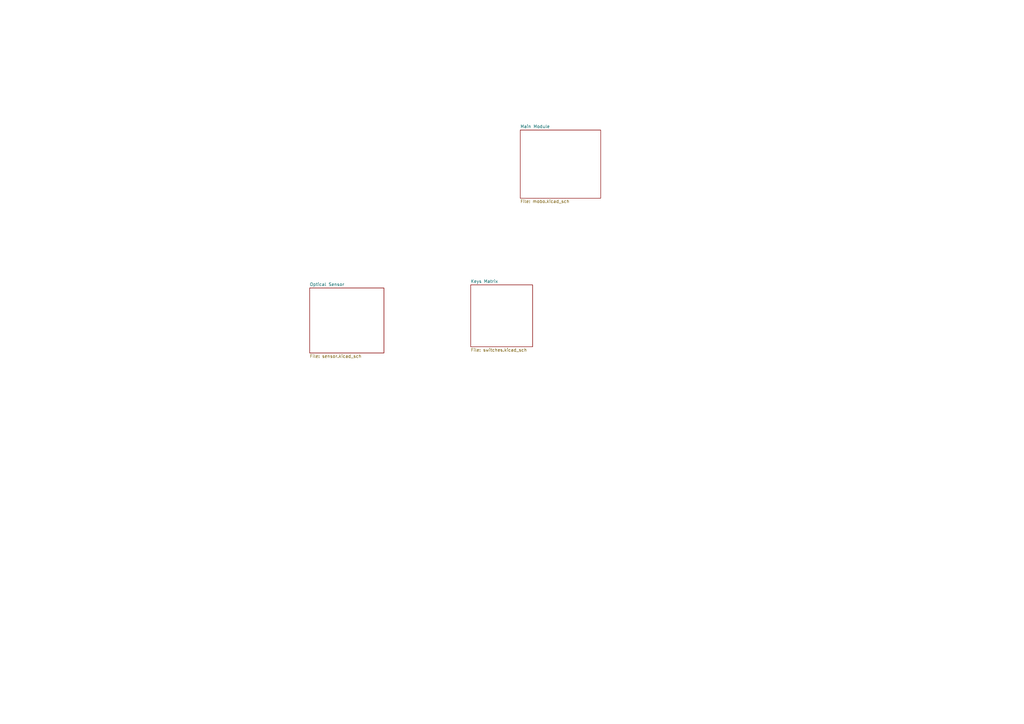
<source format=kicad_sch>
(kicad_sch
	(version 20250114)
	(generator "eeschema")
	(generator_version "9.0")
	(uuid "3a835e6f-a660-4b38-a102-87841cdd95ed")
	(paper "A3")
	(lib_symbols)
	(text "TMR: (10 x 48 s/kOhm) * 47 kOhm = 22560s = 6.27h\nILIM: 1550 AOhm / 1500 Ohm = 1.03 A = 1030 mA\nISET: 890 AOhm / 3900 Ohm = 0.228 A = 230 mA\nEN1: 1, EN2: 0 = 475 mA MAX\nTS: 10 kOhm to GND = no OTP"
		(exclude_from_sim no)
		(at 100.076 -18.034 0)
		(effects
			(font
				(size 1.27 1.27)
			)
			(justify left bottom)
		)
		(uuid "8426c9b7-d062-43a6-9e4b-fe5c1216995a")
	)
	(sheet
		(at 127 118.11)
		(size 30.48 26.67)
		(exclude_from_sim no)
		(in_bom yes)
		(on_board yes)
		(dnp no)
		(fields_autoplaced yes)
		(stroke
			(width 0.1524)
			(type solid)
		)
		(fill
			(color 0 0 0 0.0000)
		)
		(uuid "ad95ea7c-7575-44c2-8b98-616af50ac5d2")
		(property "Sheetname" "Optical Sensor"
			(at 127 117.3984 0)
			(effects
				(font
					(size 1.27 1.27)
				)
				(justify left bottom)
			)
		)
		(property "Sheetfile" "sensor.kicad_sch"
			(at 127 145.3646 0)
			(effects
				(font
					(size 1.27 1.27)
				)
				(justify left top)
			)
		)
		(instances
			(project "little-wing"
				(path "/3a835e6f-a660-4b38-a102-87841cdd95ed"
					(page "8")
				)
			)
		)
	)
	(sheet
		(at 193.04 116.84)
		(size 25.4 25.4)
		(exclude_from_sim no)
		(in_bom yes)
		(on_board yes)
		(dnp no)
		(fields_autoplaced yes)
		(stroke
			(width 0.1524)
			(type solid)
		)
		(fill
			(color 0 0 0 0.0000)
		)
		(uuid "b44f10e9-a4fa-4047-99c1-7cdd99fdfcc6")
		(property "Sheetname" "Keys Matrix"
			(at 193.04 116.1284 0)
			(effects
				(font
					(size 1.27 1.27)
				)
				(justify left bottom)
			)
		)
		(property "Sheetfile" "switches.kicad_sch"
			(at 193.04 142.8246 0)
			(effects
				(font
					(size 1.27 1.27)
				)
				(justify left top)
			)
		)
		(instances
			(project "little-wing"
				(path "/3a835e6f-a660-4b38-a102-87841cdd95ed"
					(page "9")
				)
			)
		)
	)
	(sheet
		(at 213.36 53.34)
		(size 33.02 27.94)
		(exclude_from_sim no)
		(in_bom yes)
		(on_board yes)
		(dnp no)
		(fields_autoplaced yes)
		(stroke
			(width 0.1524)
			(type solid)
		)
		(fill
			(color 0 0 0 0.0000)
		)
		(uuid "eaaf4618-ba3d-41b4-8a99-4f719e243661")
		(property "Sheetname" "Main Module"
			(at 213.36 52.6284 0)
			(effects
				(font
					(size 1.27 1.27)
				)
				(justify left bottom)
			)
		)
		(property "Sheetfile" "mobo.kicad_sch"
			(at 213.36 81.8646 0)
			(effects
				(font
					(size 1.27 1.27)
				)
				(justify left top)
			)
		)
		(instances
			(project "little-wing"
				(path "/3a835e6f-a660-4b38-a102-87841cdd95ed"
					(page "5")
				)
			)
		)
	)
	(sheet_instances
		(path "/"
			(page "1")
		)
	)
	(embedded_fonts no)
)

</source>
